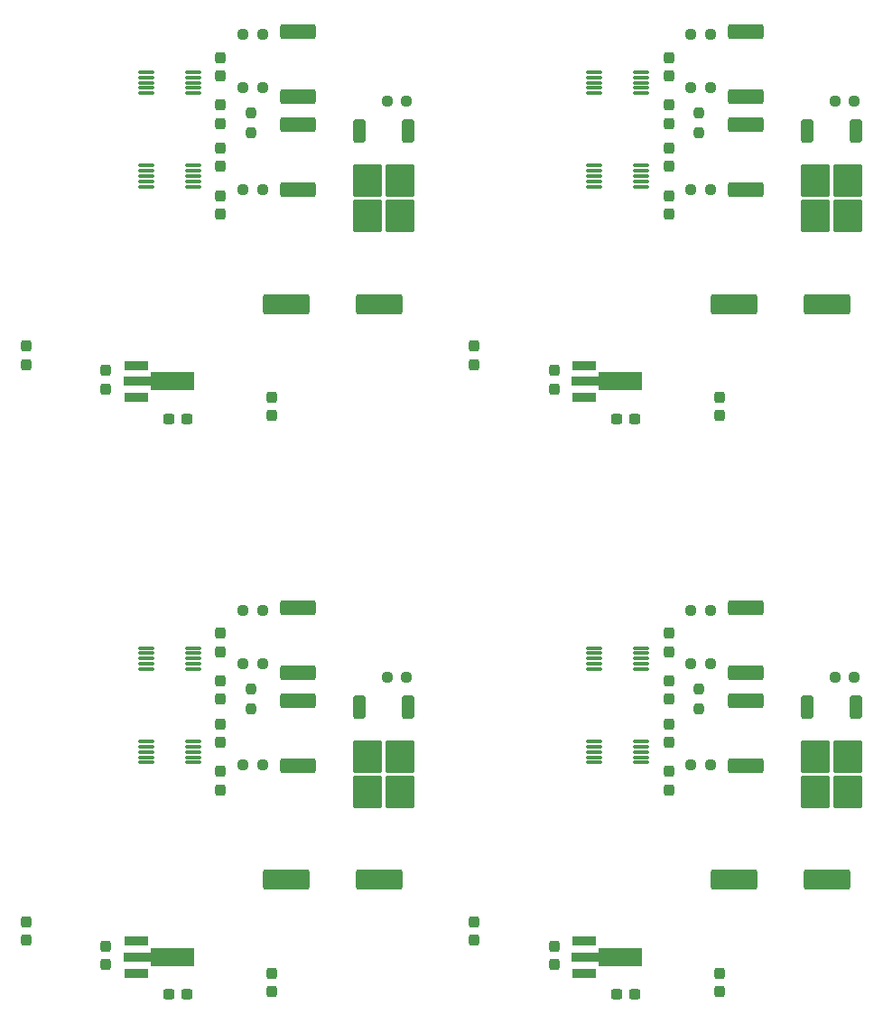
<source format=gtp>
G04 #@! TF.GenerationSoftware,KiCad,Pcbnew,(7.0.0-0)*
G04 #@! TF.CreationDate,2023-05-05T23:00:16+10:00*
G04 #@! TF.ProjectId,panel,70616e65-6c2e-46b6-9963-61645f706362,rev?*
G04 #@! TF.SameCoordinates,Original*
G04 #@! TF.FileFunction,Paste,Top*
G04 #@! TF.FilePolarity,Positive*
%FSLAX46Y46*%
G04 Gerber Fmt 4.6, Leading zero omitted, Abs format (unit mm)*
G04 Created by KiCad (PCBNEW (7.0.0-0)) date 2023-05-05 23:00:16*
%MOMM*%
%LPD*%
G01*
G04 APERTURE LIST*
G04 Aperture macros list*
%AMRoundRect*
0 Rectangle with rounded corners*
0 $1 Rounding radius*
0 $2 $3 $4 $5 $6 $7 $8 $9 X,Y pos of 4 corners*
0 Add a 4 corners polygon primitive as box body*
4,1,4,$2,$3,$4,$5,$6,$7,$8,$9,$2,$3,0*
0 Add four circle primitives for the rounded corners*
1,1,$1+$1,$2,$3*
1,1,$1+$1,$4,$5*
1,1,$1+$1,$6,$7*
1,1,$1+$1,$8,$9*
0 Add four rect primitives between the rounded corners*
20,1,$1+$1,$2,$3,$4,$5,0*
20,1,$1+$1,$4,$5,$6,$7,0*
20,1,$1+$1,$6,$7,$8,$9,0*
20,1,$1+$1,$8,$9,$2,$3,0*%
%AMFreePoly0*
4,1,9,5.362500,-0.866500,1.237500,-0.866500,1.237500,-0.450000,-1.237500,-0.450000,-1.237500,0.450000,1.237500,0.450000,1.237500,0.866500,5.362500,0.866500,5.362500,-0.866500,5.362500,-0.866500,$1*%
G04 Aperture macros list end*
%ADD10RoundRect,0.075000X-0.650000X-0.075000X0.650000X-0.075000X0.650000X0.075000X-0.650000X0.075000X0*%
%ADD11RoundRect,0.237500X-0.237500X0.300000X-0.237500X-0.300000X0.237500X-0.300000X0.237500X0.300000X0*%
%ADD12RoundRect,0.237500X0.237500X-0.300000X0.237500X0.300000X-0.237500X0.300000X-0.237500X-0.300000X0*%
%ADD13R,2.300000X0.900000*%
%ADD14FreePoly0,0.000000*%
%ADD15RoundRect,0.237500X-0.250000X-0.237500X0.250000X-0.237500X0.250000X0.237500X-0.250000X0.237500X0*%
%ADD16RoundRect,0.250000X-1.950000X-0.700000X1.950000X-0.700000X1.950000X0.700000X-1.950000X0.700000X0*%
%ADD17RoundRect,0.249999X1.425001X-0.450001X1.425001X0.450001X-1.425001X0.450001X-1.425001X-0.450001X0*%
%ADD18RoundRect,0.250000X-0.350000X0.850000X-0.350000X-0.850000X0.350000X-0.850000X0.350000X0.850000X0*%
%ADD19RoundRect,0.250000X-1.125000X1.275000X-1.125000X-1.275000X1.125000X-1.275000X1.125000X1.275000X0*%
%ADD20RoundRect,0.237500X0.237500X-0.250000X0.237500X0.250000X-0.237500X0.250000X-0.237500X-0.250000X0*%
%ADD21RoundRect,0.237500X0.250000X0.237500X-0.250000X0.237500X-0.250000X-0.237500X0.250000X-0.237500X0*%
%ADD22RoundRect,0.237500X-0.300000X-0.237500X0.300000X-0.237500X0.300000X0.237500X-0.300000X0.237500X0*%
G04 APERTURE END LIST*
D10*
X162550000Y-39500000D03*
X162550000Y-40000000D03*
X162550000Y-40500000D03*
X162550000Y-41000000D03*
X162550000Y-41500000D03*
X166950000Y-41500000D03*
X166950000Y-41000000D03*
X166950000Y-40500000D03*
X166950000Y-40000000D03*
X166950000Y-39500000D03*
X162550000Y-93500000D03*
X162550000Y-94000000D03*
X162550000Y-94500000D03*
X162550000Y-95000000D03*
X162550000Y-95500000D03*
X166950000Y-95500000D03*
X166950000Y-95000000D03*
X166950000Y-94500000D03*
X166950000Y-94000000D03*
X166950000Y-93500000D03*
X120550000Y-39500000D03*
X120550000Y-40000000D03*
X120550000Y-40500000D03*
X120550000Y-41000000D03*
X120550000Y-41500000D03*
X124950000Y-41500000D03*
X124950000Y-41000000D03*
X124950000Y-40500000D03*
X124950000Y-40000000D03*
X124950000Y-39500000D03*
X120550000Y-93500000D03*
X120550000Y-94000000D03*
X120550000Y-94500000D03*
X120550000Y-95000000D03*
X120550000Y-95500000D03*
X124950000Y-95500000D03*
X124950000Y-95000000D03*
X124950000Y-94500000D03*
X124950000Y-94000000D03*
X124950000Y-93500000D03*
X162550000Y-84750000D03*
X162550000Y-85250000D03*
X162550000Y-85750000D03*
X162550000Y-86250000D03*
X162550000Y-86750000D03*
X166950000Y-86750000D03*
X166950000Y-86250000D03*
X166950000Y-85750000D03*
X166950000Y-85250000D03*
X166950000Y-84750000D03*
X120550000Y-30750000D03*
X120550000Y-31250000D03*
X120550000Y-31750000D03*
X120550000Y-32250000D03*
X120550000Y-32750000D03*
X124950000Y-32750000D03*
X124950000Y-32250000D03*
X124950000Y-31750000D03*
X124950000Y-31250000D03*
X124950000Y-30750000D03*
X120550000Y-84750000D03*
X120550000Y-85250000D03*
X120550000Y-85750000D03*
X120550000Y-86250000D03*
X120550000Y-86750000D03*
X124950000Y-86750000D03*
X124950000Y-86250000D03*
X124950000Y-85750000D03*
X124950000Y-85250000D03*
X124950000Y-84750000D03*
X162550000Y-30750000D03*
X162550000Y-31250000D03*
X162550000Y-31750000D03*
X162550000Y-32250000D03*
X162550000Y-32750000D03*
X166950000Y-32750000D03*
X166950000Y-32250000D03*
X166950000Y-31750000D03*
X166950000Y-31250000D03*
X166950000Y-30750000D03*
D11*
X174250000Y-61250000D03*
X174250000Y-62975000D03*
X174250000Y-115250000D03*
X174250000Y-116975000D03*
X132250000Y-61250000D03*
X132250000Y-62975000D03*
X132250000Y-115250000D03*
X132250000Y-116975000D03*
D12*
X169500000Y-35562500D03*
X169500000Y-33837500D03*
X169500000Y-89562500D03*
X169500000Y-87837500D03*
X127500000Y-35562500D03*
X127500000Y-33837500D03*
X127500000Y-89562500D03*
X127500000Y-87837500D03*
D13*
X161549999Y-58249999D03*
D14*
X161637500Y-59750000D03*
D13*
X161549999Y-61249999D03*
X161549999Y-112249999D03*
D14*
X161637500Y-113750000D03*
D13*
X161549999Y-115249999D03*
X119549999Y-58249999D03*
D14*
X119637500Y-59750000D03*
D13*
X119549999Y-61249999D03*
X119549999Y-112249999D03*
D14*
X119637500Y-113750000D03*
D13*
X119549999Y-115249999D03*
D11*
X169500000Y-37887500D03*
X169500000Y-39612500D03*
X169500000Y-91887500D03*
X169500000Y-93612500D03*
X127500000Y-37887500D03*
X127500000Y-39612500D03*
X127500000Y-91887500D03*
X127500000Y-93612500D03*
D12*
X158750000Y-60462500D03*
X158750000Y-58737500D03*
X158750000Y-114462500D03*
X158750000Y-112737500D03*
X116750000Y-60462500D03*
X116750000Y-58737500D03*
X116750000Y-114462500D03*
X116750000Y-112737500D03*
D11*
X151250000Y-56440000D03*
X151250000Y-58165000D03*
X151250000Y-110440000D03*
X151250000Y-112165000D03*
X109250000Y-56440000D03*
X109250000Y-58165000D03*
X109250000Y-110440000D03*
X109250000Y-112165000D03*
D15*
X171587500Y-27250000D03*
X173412500Y-27250000D03*
X171587500Y-81250000D03*
X173412500Y-81250000D03*
X129587500Y-27250000D03*
X131412500Y-27250000D03*
X129587500Y-81250000D03*
X131412500Y-81250000D03*
X171587500Y-32250000D03*
X173412500Y-32250000D03*
X171587500Y-86250000D03*
X173412500Y-86250000D03*
X129587500Y-32250000D03*
X131412500Y-32250000D03*
X129587500Y-86250000D03*
X131412500Y-86250000D03*
D16*
X175650000Y-52500000D03*
X184350000Y-52500000D03*
X175650000Y-106500000D03*
X184350000Y-106500000D03*
X133650000Y-52500000D03*
X142350000Y-52500000D03*
X133650000Y-106500000D03*
X142350000Y-106500000D03*
D11*
X169500000Y-29387500D03*
X169500000Y-31112500D03*
X169500000Y-83387500D03*
X169500000Y-85112500D03*
X127500000Y-29387500D03*
X127500000Y-31112500D03*
X127500000Y-83387500D03*
X127500000Y-85112500D03*
D12*
X169500000Y-44062500D03*
X169500000Y-42337500D03*
X169500000Y-98062500D03*
X169500000Y-96337500D03*
X127500000Y-44062500D03*
X127500000Y-42337500D03*
X127500000Y-98062500D03*
X127500000Y-96337500D03*
D17*
X176750000Y-41800000D03*
X176750000Y-35700000D03*
X176750000Y-95800000D03*
X176750000Y-89700000D03*
X134750000Y-41800000D03*
X134750000Y-35700000D03*
X134750000Y-95800000D03*
X134750000Y-89700000D03*
D18*
X187030000Y-36300000D03*
D19*
X186275000Y-40925000D03*
X183225000Y-40925000D03*
X186275000Y-44275000D03*
X183225000Y-44275000D03*
D18*
X182470000Y-36300000D03*
X187030000Y-90300000D03*
D19*
X186275000Y-94925000D03*
X183225000Y-94925000D03*
X186275000Y-98275000D03*
X183225000Y-98275000D03*
D18*
X182470000Y-90300000D03*
X145030000Y-36300000D03*
D19*
X144275000Y-40925000D03*
X141225000Y-40925000D03*
X144275000Y-44275000D03*
X141225000Y-44275000D03*
D18*
X140470000Y-36300000D03*
X145030000Y-90300000D03*
D19*
X144275000Y-94925000D03*
X141225000Y-94925000D03*
X144275000Y-98275000D03*
X141225000Y-98275000D03*
D18*
X140470000Y-90300000D03*
D15*
X171587500Y-41750000D03*
X173412500Y-41750000D03*
X171587500Y-95750000D03*
X173412500Y-95750000D03*
X129587500Y-41750000D03*
X131412500Y-41750000D03*
X129587500Y-95750000D03*
X131412500Y-95750000D03*
D20*
X172320000Y-36432500D03*
X172320000Y-34607500D03*
X172320000Y-90432500D03*
X172320000Y-88607500D03*
X130320000Y-36432500D03*
X130320000Y-34607500D03*
X130320000Y-90432500D03*
X130320000Y-88607500D03*
D21*
X186912500Y-33500000D03*
X185087500Y-33500000D03*
X186912500Y-87500000D03*
X185087500Y-87500000D03*
X144912500Y-33500000D03*
X143087500Y-33500000D03*
X144912500Y-87500000D03*
X143087500Y-87500000D03*
D17*
X176750000Y-33050000D03*
X176750000Y-26950000D03*
X176750000Y-87050000D03*
X176750000Y-80950000D03*
X134750000Y-33050000D03*
X134750000Y-26950000D03*
X134750000Y-87050000D03*
X134750000Y-80950000D03*
D22*
X164637500Y-63250000D03*
X166362500Y-63250000D03*
X164637500Y-117250000D03*
X166362500Y-117250000D03*
X122637500Y-63250000D03*
X124362500Y-63250000D03*
X122637500Y-117250000D03*
X124362500Y-117250000D03*
M02*

</source>
